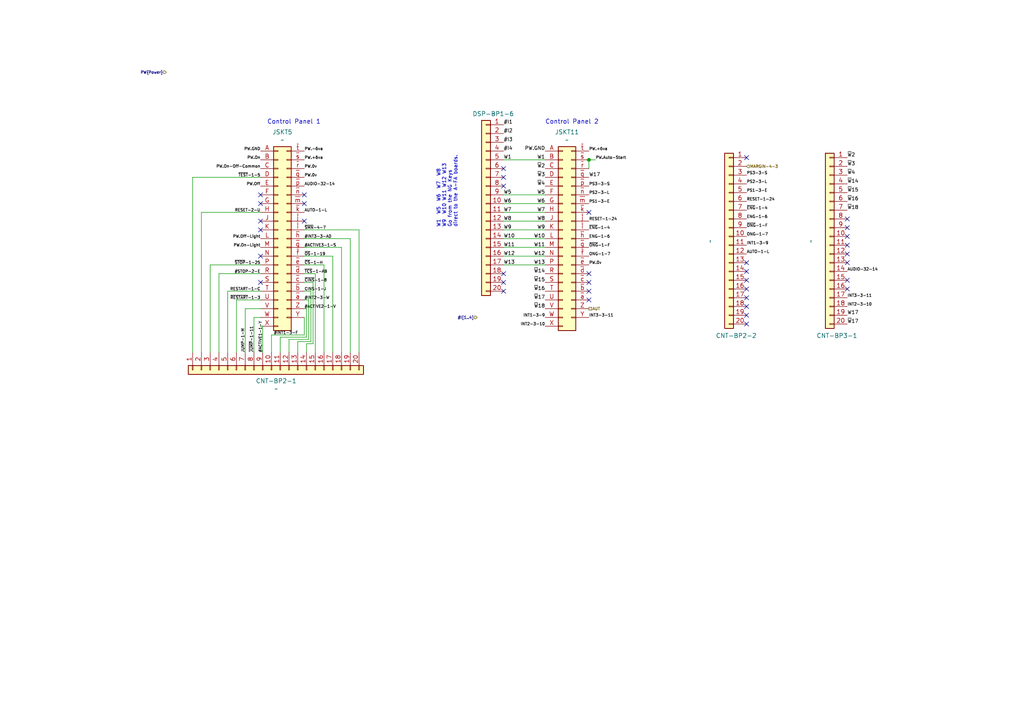
<source format=kicad_sch>
(kicad_sch (version 20211123) (generator eeschema)

  (uuid 8b36d46f-29d1-4014-85f3-fcb172d53a6a)

  (paper "A4")

  (title_block
    (title "Sockets")
    (date "2023-02-11")
  )

  (lib_symbols
    (symbol "Connector_Generic:Conn_01x20" (pin_names (offset 1.016) hide) (in_bom yes) (on_board yes)
      (property "Reference" "J" (id 0) (at 0 25.4 0)
        (effects (font (size 1.27 1.27)))
      )
      (property "Value" "Conn_01x20" (id 1) (at 0 -27.94 0)
        (effects (font (size 1.27 1.27)))
      )
      (property "Footprint" "" (id 2) (at 0 0 0)
        (effects (font (size 1.27 1.27)) hide)
      )
      (property "Datasheet" "~" (id 3) (at 0 0 0)
        (effects (font (size 1.27 1.27)) hide)
      )
      (property "ki_keywords" "connector" (id 4) (at 0 0 0)
        (effects (font (size 1.27 1.27)) hide)
      )
      (property "ki_description" "Generic connector, single row, 01x20, script generated (kicad-library-utils/schlib/autogen/connector/)" (id 5) (at 0 0 0)
        (effects (font (size 1.27 1.27)) hide)
      )
      (property "ki_fp_filters" "Connector*:*_1x??_*" (id 6) (at 0 0 0)
        (effects (font (size 1.27 1.27)) hide)
      )
      (symbol "Conn_01x20_1_1"
        (rectangle (start -1.27 -25.273) (end 0 -25.527)
          (stroke (width 0.1524) (type default) (color 0 0 0 0))
          (fill (type none))
        )
        (rectangle (start -1.27 -22.733) (end 0 -22.987)
          (stroke (width 0.1524) (type default) (color 0 0 0 0))
          (fill (type none))
        )
        (rectangle (start -1.27 -20.193) (end 0 -20.447)
          (stroke (width 0.1524) (type default) (color 0 0 0 0))
          (fill (type none))
        )
        (rectangle (start -1.27 -17.653) (end 0 -17.907)
          (stroke (width 0.1524) (type default) (color 0 0 0 0))
          (fill (type none))
        )
        (rectangle (start -1.27 -15.113) (end 0 -15.367)
          (stroke (width 0.1524) (type default) (color 0 0 0 0))
          (fill (type none))
        )
        (rectangle (start -1.27 -12.573) (end 0 -12.827)
          (stroke (width 0.1524) (type default) (color 0 0 0 0))
          (fill (type none))
        )
        (rectangle (start -1.27 -10.033) (end 0 -10.287)
          (stroke (width 0.1524) (type default) (color 0 0 0 0))
          (fill (type none))
        )
        (rectangle (start -1.27 -7.493) (end 0 -7.747)
          (stroke (width 0.1524) (type default) (color 0 0 0 0))
          (fill (type none))
        )
        (rectangle (start -1.27 -4.953) (end 0 -5.207)
          (stroke (width 0.1524) (type default) (color 0 0 0 0))
          (fill (type none))
        )
        (rectangle (start -1.27 -2.413) (end 0 -2.667)
          (stroke (width 0.1524) (type default) (color 0 0 0 0))
          (fill (type none))
        )
        (rectangle (start -1.27 0.127) (end 0 -0.127)
          (stroke (width 0.1524) (type default) (color 0 0 0 0))
          (fill (type none))
        )
        (rectangle (start -1.27 2.667) (end 0 2.413)
          (stroke (width 0.1524) (type default) (color 0 0 0 0))
          (fill (type none))
        )
        (rectangle (start -1.27 5.207) (end 0 4.953)
          (stroke (width 0.1524) (type default) (color 0 0 0 0))
          (fill (type none))
        )
        (rectangle (start -1.27 7.747) (end 0 7.493)
          (stroke (width 0.1524) (type default) (color 0 0 0 0))
          (fill (type none))
        )
        (rectangle (start -1.27 10.287) (end 0 10.033)
          (stroke (width 0.1524) (type default) (color 0 0 0 0))
          (fill (type none))
        )
        (rectangle (start -1.27 12.827) (end 0 12.573)
          (stroke (width 0.1524) (type default) (color 0 0 0 0))
          (fill (type none))
        )
        (rectangle (start -1.27 15.367) (end 0 15.113)
          (stroke (width 0.1524) (type default) (color 0 0 0 0))
          (fill (type none))
        )
        (rectangle (start -1.27 17.907) (end 0 17.653)
          (stroke (width 0.1524) (type default) (color 0 0 0 0))
          (fill (type none))
        )
        (rectangle (start -1.27 20.447) (end 0 20.193)
          (stroke (width 0.1524) (type default) (color 0 0 0 0))
          (fill (type none))
        )
        (rectangle (start -1.27 22.987) (end 0 22.733)
          (stroke (width 0.1524) (type default) (color 0 0 0 0))
          (fill (type none))
        )
        (rectangle (start -1.27 24.13) (end 1.27 -26.67)
          (stroke (width 0.254) (type default) (color 0 0 0 0))
          (fill (type background))
        )
        (pin passive line (at -5.08 22.86 0) (length 3.81)
          (name "Pin_1" (effects (font (size 1.27 1.27))))
          (number "1" (effects (font (size 1.27 1.27))))
        )
        (pin passive line (at -5.08 0 0) (length 3.81)
          (name "Pin_10" (effects (font (size 1.27 1.27))))
          (number "10" (effects (font (size 1.27 1.27))))
        )
        (pin passive line (at -5.08 -2.54 0) (length 3.81)
          (name "Pin_11" (effects (font (size 1.27 1.27))))
          (number "11" (effects (font (size 1.27 1.27))))
        )
        (pin passive line (at -5.08 -5.08 0) (length 3.81)
          (name "Pin_12" (effects (font (size 1.27 1.27))))
          (number "12" (effects (font (size 1.27 1.27))))
        )
        (pin passive line (at -5.08 -7.62 0) (length 3.81)
          (name "Pin_13" (effects (font (size 1.27 1.27))))
          (number "13" (effects (font (size 1.27 1.27))))
        )
        (pin passive line (at -5.08 -10.16 0) (length 3.81)
          (name "Pin_14" (effects (font (size 1.27 1.27))))
          (number "14" (effects (font (size 1.27 1.27))))
        )
        (pin passive line (at -5.08 -12.7 0) (length 3.81)
          (name "Pin_15" (effects (font (size 1.27 1.27))))
          (number "15" (effects (font (size 1.27 1.27))))
        )
        (pin passive line (at -5.08 -15.24 0) (length 3.81)
          (name "Pin_16" (effects (font (size 1.27 1.27))))
          (number "16" (effects (font (size 1.27 1.27))))
        )
        (pin passive line (at -5.08 -17.78 0) (length 3.81)
          (name "Pin_17" (effects (font (size 1.27 1.27))))
          (number "17" (effects (font (size 1.27 1.27))))
        )
        (pin passive line (at -5.08 -20.32 0) (length 3.81)
          (name "Pin_18" (effects (font (size 1.27 1.27))))
          (number "18" (effects (font (size 1.27 1.27))))
        )
        (pin passive line (at -5.08 -22.86 0) (length 3.81)
          (name "Pin_19" (effects (font (size 1.27 1.27))))
          (number "19" (effects (font (size 1.27 1.27))))
        )
        (pin passive line (at -5.08 20.32 0) (length 3.81)
          (name "Pin_2" (effects (font (size 1.27 1.27))))
          (number "2" (effects (font (size 1.27 1.27))))
        )
        (pin passive line (at -5.08 -25.4 0) (length 3.81)
          (name "Pin_20" (effects (font (size 1.27 1.27))))
          (number "20" (effects (font (size 1.27 1.27))))
        )
        (pin passive line (at -5.08 17.78 0) (length 3.81)
          (name "Pin_3" (effects (font (size 1.27 1.27))))
          (number "3" (effects (font (size 1.27 1.27))))
        )
        (pin passive line (at -5.08 15.24 0) (length 3.81)
          (name "Pin_4" (effects (font (size 1.27 1.27))))
          (number "4" (effects (font (size 1.27 1.27))))
        )
        (pin passive line (at -5.08 12.7 0) (length 3.81)
          (name "Pin_5" (effects (font (size 1.27 1.27))))
          (number "5" (effects (font (size 1.27 1.27))))
        )
        (pin passive line (at -5.08 10.16 0) (length 3.81)
          (name "Pin_6" (effects (font (size 1.27 1.27))))
          (number "6" (effects (font (size 1.27 1.27))))
        )
        (pin passive line (at -5.08 7.62 0) (length 3.81)
          (name "Pin_7" (effects (font (size 1.27 1.27))))
          (number "7" (effects (font (size 1.27 1.27))))
        )
        (pin passive line (at -5.08 5.08 0) (length 3.81)
          (name "Pin_8" (effects (font (size 1.27 1.27))))
          (number "8" (effects (font (size 1.27 1.27))))
        )
        (pin passive line (at -5.08 2.54 0) (length 3.81)
          (name "Pin_9" (effects (font (size 1.27 1.27))))
          (number "9" (effects (font (size 1.27 1.27))))
        )
      )
    )
    (symbol "Sockets-rescue:Circ41-LSA" (pin_names (offset 0.0254) hide) (in_bom yes) (on_board yes)
      (property "Reference" "J" (id 0) (at 6.35 -53.34 0)
        (effects (font (size 1.27 1.27)))
      )
      (property "Value" "Circ41-LSA" (id 1) (at 6.35 2.54 0)
        (effects (font (size 1.27 1.27)))
      )
      (property "Footprint" "" (id 2) (at 13.97 -50.8 0)
        (effects (font (size 1.27 1.27)) hide)
      )
      (property "Datasheet" "" (id 3) (at 13.97 -50.8 0)
        (effects (font (size 1.27 1.27)) hide)
      )
      (symbol "Circ41-LSA_1_1"
        (rectangle (start 3.81 -50.673) (end 5.08 -50.927)
          (stroke (width 0.1524) (type default) (color 0 0 0 0))
          (fill (type none))
        )
        (rectangle (start 3.81 -48.133) (end 5.08 -48.387)
          (stroke (width 0.1524) (type default) (color 0 0 0 0))
          (fill (type none))
        )
        (rectangle (start 3.81 -45.593) (end 5.08 -45.847)
          (stroke (width 0.1524) (type default) (color 0 0 0 0))
          (fill (type none))
        )
        (rectangle (start 3.81 -43.053) (end 5.08 -43.307)
          (stroke (width 0.1524) (type default) (color 0 0 0 0))
          (fill (type none))
        )
        (rectangle (start 3.81 -40.513) (end 5.08 -40.767)
          (stroke (width 0.1524) (type default) (color 0 0 0 0))
          (fill (type none))
        )
        (rectangle (start 3.81 -37.973) (end 5.08 -38.227)
          (stroke (width 0.1524) (type default) (color 0 0 0 0))
          (fill (type none))
        )
        (rectangle (start 3.81 -35.433) (end 5.08 -35.687)
          (stroke (width 0.1524) (type default) (color 0 0 0 0))
          (fill (type none))
        )
        (rectangle (start 3.81 -32.893) (end 5.08 -33.147)
          (stroke (width 0.1524) (type default) (color 0 0 0 0))
          (fill (type none))
        )
        (rectangle (start 3.81 -30.353) (end 5.08 -30.607)
          (stroke (width 0.1524) (type default) (color 0 0 0 0))
          (fill (type none))
        )
        (rectangle (start 3.81 -27.813) (end 5.08 -28.067)
          (stroke (width 0.1524) (type default) (color 0 0 0 0))
          (fill (type none))
        )
        (rectangle (start 3.81 -25.273) (end 5.08 -25.527)
          (stroke (width 0.1524) (type default) (color 0 0 0 0))
          (fill (type none))
        )
        (rectangle (start 3.81 -22.733) (end 5.08 -22.987)
          (stroke (width 0.1524) (type default) (color 0 0 0 0))
          (fill (type none))
        )
        (rectangle (start 3.81 -20.193) (end 5.08 -20.447)
          (stroke (width 0.1524) (type default) (color 0 0 0 0))
          (fill (type none))
        )
        (rectangle (start 3.81 -17.653) (end 5.08 -17.907)
          (stroke (width 0.1524) (type default) (color 0 0 0 0))
          (fill (type none))
        )
        (rectangle (start 3.81 -15.113) (end 5.08 -15.367)
          (stroke (width 0.1524) (type default) (color 0 0 0 0))
          (fill (type none))
        )
        (rectangle (start 3.81 -12.573) (end 5.08 -12.827)
          (stroke (width 0.1524) (type default) (color 0 0 0 0))
          (fill (type none))
        )
        (rectangle (start 3.81 -10.033) (end 5.08 -10.287)
          (stroke (width 0.1524) (type default) (color 0 0 0 0))
          (fill (type none))
        )
        (rectangle (start 3.81 -7.493) (end 5.08 -7.747)
          (stroke (width 0.1524) (type default) (color 0 0 0 0))
          (fill (type none))
        )
        (rectangle (start 3.81 -4.953) (end 5.08 -5.207)
          (stroke (width 0.1524) (type default) (color 0 0 0 0))
          (fill (type none))
        )
        (rectangle (start 3.81 -2.413) (end 5.08 -2.667)
          (stroke (width 0.1524) (type default) (color 0 0 0 0))
          (fill (type none))
        )
        (rectangle (start 3.81 0.127) (end 5.08 -0.127)
          (stroke (width 0.1524) (type default) (color 0 0 0 0))
          (fill (type none))
        )
        (rectangle (start 8.89 -48.133) (end 7.62 -48.387)
          (stroke (width 0.1524) (type default) (color 0 0 0 0))
          (fill (type none))
        )
        (rectangle (start 8.89 -45.593) (end 7.62 -45.847)
          (stroke (width 0.1524) (type default) (color 0 0 0 0))
          (fill (type none))
        )
        (rectangle (start 8.89 -43.053) (end 7.62 -43.307)
          (stroke (width 0.1524) (type default) (color 0 0 0 0))
          (fill (type none))
        )
        (rectangle (start 8.89 -40.513) (end 7.62 -40.767)
          (stroke (width 0.1524) (type default) (color 0 0 0 0))
          (fill (type none))
        )
        (rectangle (start 8.89 -37.973) (end 7.62 -38.227)
          (stroke (width 0.1524) (type default) (color 0 0 0 0))
          (fill (type none))
        )
        (rectangle (start 8.89 -35.433) (end 7.62 -35.687)
          (stroke (width 0.1524) (type default) (color 0 0 0 0))
          (fill (type none))
        )
        (rectangle (start 8.89 -32.893) (end 7.62 -33.147)
          (stroke (width 0.1524) (type default) (color 0 0 0 0))
          (fill (type none))
        )
        (rectangle (start 8.89 -30.353) (end 7.62 -30.607)
          (stroke (width 0.1524) (type default) (color 0 0 0 0))
          (fill (type none))
        )
        (rectangle (start 8.89 -27.813) (end 7.62 -28.067)
          (stroke (width 0.1524) (type default) (color 0 0 0 0))
          (fill (type none))
        )
        (rectangle (start 8.89 -25.273) (end 7.62 -25.527)
          (stroke (width 0.1524) (type default) (color 0 0 0 0))
          (fill (type none))
        )
        (rectangle (start 8.89 -22.733) (end 7.62 -22.987)
          (stroke (width 0.1524) (type default) (color 0 0 0 0))
          (fill (type none))
        )
        (rectangle (start 8.89 -20.193) (end 7.62 -20.447)
          (stroke (width 0.1524) (type default) (color 0 0 0 0))
          (fill (type none))
        )
        (rectangle (start 8.89 -17.653) (end 7.62 -17.907)
          (stroke (width 0.1524) (type default) (color 0 0 0 0))
          (fill (type none))
        )
        (rectangle (start 8.89 -15.113) (end 7.62 -15.367)
          (stroke (width 0.1524) (type default) (color 0 0 0 0))
          (fill (type none))
        )
        (rectangle (start 8.89 -12.573) (end 7.62 -12.827)
          (stroke (width 0.1524) (type default) (color 0 0 0 0))
          (fill (type none))
        )
        (rectangle (start 8.89 -10.033) (end 7.62 -10.287)
          (stroke (width 0.1524) (type default) (color 0 0 0 0))
          (fill (type none))
        )
        (rectangle (start 8.89 -7.493) (end 7.62 -7.747)
          (stroke (width 0.1524) (type default) (color 0 0 0 0))
          (fill (type none))
        )
        (rectangle (start 8.89 -4.953) (end 7.62 -5.207)
          (stroke (width 0.1524) (type default) (color 0 0 0 0))
          (fill (type none))
        )
        (rectangle (start 8.89 -2.413) (end 7.62 -2.667)
          (stroke (width 0.1524) (type default) (color 0 0 0 0))
          (fill (type none))
        )
        (rectangle (start 8.89 0.127) (end 7.62 -0.127)
          (stroke (width 0.1524) (type default) (color 0 0 0 0))
          (fill (type none))
        )
        (rectangle (start 8.89 1.27) (end 3.81 -52.07)
          (stroke (width 0.254) (type default) (color 0 0 0 0))
          (fill (type background))
        )
        (pin passive line (at 0 0 0) (length 3.81)
          (name "A" (effects (font (size 1.27 1.27))))
          (number "A" (effects (font (size 1.27 1.27))))
        )
        (pin passive line (at 0 -2.54 0) (length 3.81)
          (name "B" (effects (font (size 1.27 1.27))))
          (number "B" (effects (font (size 1.27 1.27))))
        )
        (pin passive line (at 0 -5.08 0) (length 3.81)
          (name "C" (effects (font (size 1.27 1.27))))
          (number "C" (effects (font (size 1.27 1.27))))
        )
        (pin passive line (at 0 -7.62 0) (length 3.81)
          (name "D" (effects (font (size 1.27 1.27))))
          (number "D" (effects (font (size 1.27 1.27))))
        )
        (pin passive line (at 0 -10.16 0) (length 3.81)
          (name "E" (effects (font (size 1.27 1.27))))
          (number "E" (effects (font (size 1.27 1.27))))
        )
        (pin passive line (at 0 -12.7 0) (length 3.81)
          (name "F" (effects (font (size 1.27 1.27))))
          (number "F" (effects (font (size 1.27 1.27))))
        )
        (pin passive line (at 0 -15.24 0) (length 3.81)
          (name "G" (effects (font (size 1.27 1.27))))
          (number "G" (effects (font (size 1.27 1.27))))
        )
        (pin passive line (at 0 -17.78 0) (length 3.81)
          (name "H" (effects (font (size 1.27 1.27))))
          (number "H" (effects (font (size 1.27 1.27))))
        )
        (pin passive line (at 0 -20.32 0) (length 3.81)
          (name "J" (effects (font (size 1.27 1.27))))
          (number "J" (effects (font (size 1.27 1.27))))
        )
        (pin passive line (at 0 -22.86 0) (length 3.81)
          (name "K" (effects (font (size 1.27 1.27))))
          (number "K" (effects (font (size 1.27 1.27))))
        )
        (pin passive line (at 0 -25.4 0) (length 3.81)
          (name "L" (effects (font (size 1.27 1.27))))
          (number "L" (effects (font (size 1.27 1.27))))
        )
        (pin passive line (at 0 -27.94 0) (length 3.81)
          (name "M" (effects (font (size 1.27 1.27))))
          (number "M" (effects (font (size 1.27 1.27))))
        )
        (pin passive line (at 0 -30.48 0) (length 3.81)
          (name "N" (effects (font (size 1.27 1.27))))
          (number "N" (effects (font (size 1.27 1.27))))
        )
        (pin passive line (at 0 -33.02 0) (length 3.81)
          (name "P" (effects (font (size 1.27 1.27))))
          (number "P" (effects (font (size 1.27 1.27))))
        )
        (pin passive line (at 0 -35.56 0) (length 3.81)
          (name "R" (effects (font (size 1.27 1.27))))
          (number "R" (effects (font (size 1.27 1.27))))
        )
        (pin passive line (at 0 -38.1 0) (length 3.81)
          (name "S" (effects (font (size 1.27 1.27))))
          (number "S" (effects (font (size 1.27 1.27))))
        )
        (pin passive line (at 0 -40.64 0) (length 3.81)
          (name "T" (effects (font (size 1.27 1.27))))
          (number "T" (effects (font (size 1.27 1.27))))
        )
        (pin passive line (at 0 -43.18 0) (length 3.81)
          (name "U" (effects (font (size 1.27 1.27))))
          (number "U" (effects (font (size 1.27 1.27))))
        )
        (pin passive line (at 0 -45.72 0) (length 3.81)
          (name "V" (effects (font (size 1.27 1.27))))
          (number "V" (effects (font (size 1.27 1.27))))
        )
        (pin passive line (at 0 -48.26 0) (length 3.81)
          (name "W" (effects (font (size 1.27 1.27))))
          (number "W" (effects (font (size 1.27 1.27))))
        )
        (pin passive line (at 0 -50.8 0) (length 3.81)
          (name "X" (effects (font (size 1.27 1.27))))
          (number "X" (effects (font (size 1.27 1.27))))
        )
        (pin passive line (at 12.7 -48.26 180) (length 3.81)
          (name "Y" (effects (font (size 1.27 1.27))))
          (number "Y" (effects (font (size 1.27 1.27))))
        )
        (pin passive line (at 12.7 -45.72 180) (length 3.81)
          (name "Z" (effects (font (size 1.27 1.27))))
          (number "Z" (effects (font (size 1.27 1.27))))
        )
        (pin passive line (at 12.7 -43.18 180) (length 3.81)
          (name "~{a}" (effects (font (size 1.27 1.27))))
          (number "~{a}" (effects (font (size 1.27 1.27))))
        )
        (pin passive line (at 12.7 -40.64 180) (length 3.81)
          (name "~{b}" (effects (font (size 1.27 1.27))))
          (number "~{b}" (effects (font (size 1.27 1.27))))
        )
        (pin passive line (at 12.7 -38.1 180) (length 3.81)
          (name "~{c}" (effects (font (size 1.27 1.27))))
          (number "~{c}" (effects (font (size 1.27 1.27))))
        )
        (pin passive line (at 12.7 -35.56 180) (length 3.81)
          (name "~{d}" (effects (font (size 1.27 1.27))))
          (number "~{d}" (effects (font (size 1.27 1.27))))
        )
        (pin passive line (at 12.7 -33.02 180) (length 3.81)
          (name "~{e}" (effects (font (size 1.27 1.27))))
          (number "~{e}" (effects (font (size 1.27 1.27))))
        )
        (pin passive line (at 12.7 -30.48 180) (length 3.81)
          (name "~{f}" (effects (font (size 1.27 1.27))))
          (number "~{f}" (effects (font (size 1.27 1.27))))
        )
        (pin passive line (at 12.7 -27.94 180) (length 3.81)
          (name "~{g}" (effects (font (size 1.27 1.27))))
          (number "~{g}" (effects (font (size 1.27 1.27))))
        )
        (pin passive line (at 12.7 -25.4 180) (length 3.81)
          (name "~{h}" (effects (font (size 1.27 1.27))))
          (number "~{h}" (effects (font (size 1.27 1.27))))
        )
        (pin passive line (at 12.7 -22.86 180) (length 3.81)
          (name "~{i}" (effects (font (size 1.27 1.27))))
          (number "~{i}" (effects (font (size 1.27 1.27))))
        )
        (pin passive line (at 12.7 -20.32 180) (length 3.81)
          (name "~{j}" (effects (font (size 1.27 1.27))))
          (number "~{j}" (effects (font (size 1.27 1.27))))
        )
        (pin passive line (at 12.7 -17.78 180) (length 3.81)
          (name "~{k}" (effects (font (size 1.27 1.27))))
          (number "~{k}" (effects (font (size 1.27 1.27))))
        )
        (pin passive line (at 12.7 -15.24 180) (length 3.81)
          (name "~{m}" (effects (font (size 1.27 1.27))))
          (number "~{m}" (effects (font (size 1.27 1.27))))
        )
        (pin passive line (at 12.7 -12.7 180) (length 3.81)
          (name "~{n}" (effects (font (size 1.27 1.27))))
          (number "~{n}" (effects (font (size 1.27 1.27))))
        )
        (pin passive line (at 12.7 -10.16 180) (length 3.81)
          (name "~{p}" (effects (font (size 1.27 1.27))))
          (number "~{p}" (effects (font (size 1.27 1.27))))
        )
        (pin passive line (at 12.7 -7.62 180) (length 3.81)
          (name "~{q}" (effects (font (size 1.27 1.27))))
          (number "~{q}" (effects (font (size 1.27 1.27))))
        )
        (pin passive line (at 12.7 -5.08 180) (length 3.81)
          (name "~{r}" (effects (font (size 1.27 1.27))))
          (number "~{r}" (effects (font (size 1.27 1.27))))
        )
        (pin passive line (at 12.7 -2.54 180) (length 3.81)
          (name "~{s}" (effects (font (size 1.27 1.27))))
          (number "~{s}" (effects (font (size 1.27 1.27))))
        )
        (pin passive line (at 12.7 0 180) (length 3.81)
          (name "~{t}" (effects (font (size 1.27 1.27))))
          (number "~{t}" (effects (font (size 1.27 1.27))))
        )
      )
    )
  )

  (bus_alias "Power" (members "-6va" "-6vb" "+6va" "+6vb" "+6vc" "GND" "PSC" "0v" "0va" "0vb" "0vc" "On-Off-Common" "Auto-Start" "On-Light" "Off-Light" "On" "Off" "0vDisplay" "+5vDisplay"))
  (junction (at 170.815 46.355) (diameter 0) (color 0 0 0 0)
    (uuid c2b9fa19-4eee-440f-9ed8-fdc5435fcb87)
  )

  (no_connect (at 75.565 81.915) (uuid 0b24dbda-543d-40b1-967a-31fb0b5d8f74))
  (no_connect (at 245.745 73.66) (uuid 1e7693b5-b83d-43df-8b40-7c4db7d12f7c))
  (no_connect (at 75.565 74.295) (uuid 2cfd3948-2918-40cb-9499-a32373bccdd6))
  (no_connect (at 245.745 76.2) (uuid 33857a01-89ed-4b37-b981-39218a000598))
  (no_connect (at 216.535 76.2) (uuid 3a8cedb5-59ae-488c-b1a6-8c6d14b7071d))
  (no_connect (at 245.745 68.58) (uuid 3fa6100d-c881-4e75-b04e-8b8b112bf840))
  (no_connect (at 245.745 66.04) (uuid 46ebbef3-6001-40c8-8296-dfefe9cd7d90))
  (no_connect (at 216.535 83.82) (uuid 4e34c919-076c-44bb-a608-376dfb1e5f6e))
  (no_connect (at 245.745 71.12) (uuid 4e872c44-4dc6-4bb8-a2ad-46a9f6f3a9a4))
  (no_connect (at 75.565 59.055) (uuid 51878cb3-fc93-4bd7-b8be-c1621f186be2))
  (no_connect (at 216.535 91.44) (uuid 548ad99f-8190-484b-aa13-01031dc866f3))
  (no_connect (at 146.05 53.975) (uuid 5bf60358-26e2-486d-be06-effceaeaca19))
  (no_connect (at 88.265 56.515) (uuid 6078ce4a-760e-4ef3-ab12-fb97447f9a49))
  (no_connect (at 170.815 84.455) (uuid 612f2878-92aa-4c0e-9012-447cad958055))
  (no_connect (at 245.745 63.5) (uuid 67d5de5b-1130-4de7-884e-3ccacf670a6d))
  (no_connect (at 146.05 51.435) (uuid 6ae426f2-e820-4f78-b5a7-8307f297f1fd))
  (no_connect (at 216.535 81.28) (uuid 6d62a48a-6f60-4b21-8b98-7470924055d1))
  (no_connect (at 170.815 79.375) (uuid 700ff37d-3f29-44a5-9b67-8f0fee3f3d9d))
  (no_connect (at 75.565 56.515) (uuid 75486ef9-e162-4be5-bc75-43b49b8d40e7))
  (no_connect (at 216.535 88.9) (uuid 7bdd0b8e-2599-4867-8ba6-0a53843bb4d1))
  (no_connect (at 146.05 81.915) (uuid 8184c1a2-8486-43c5-a7d2-f0ce7a5cf318))
  (no_connect (at 170.815 86.995) (uuid 82dfc557-672b-4120-8206-24208a6d98f8))
  (no_connect (at 88.265 64.135) (uuid 8438fe6f-16b9-4b16-8c3f-492cf3f159a2))
  (no_connect (at 216.535 78.74) (uuid 84c31776-8ffe-4821-8c8e-58eeb6903c9d))
  (no_connect (at 146.05 84.455) (uuid aaebbc84-7e88-4c46-b59c-0a04c58285ee))
  (no_connect (at 216.535 93.98) (uuid b08c3de7-2e9e-4c65-97ca-6be42302b96f))
  (no_connect (at 170.815 81.915) (uuid b16cb1a8-a5e1-449a-a6a3-15202337b40a))
  (no_connect (at 75.565 66.675) (uuid b4dfbb52-6251-4b2b-8dad-e1dde0232bb2))
  (no_connect (at 245.745 81.28) (uuid b73a0151-5d4b-4d94-83a3-6e73677d629a))
  (no_connect (at 170.815 61.595) (uuid c544d4b6-d8c7-4cdd-ac02-2bb653db11af))
  (no_connect (at 216.535 45.72) (uuid c8dd5319-6eea-4cb1-a899-a0f2e0a7435f))
  (no_connect (at 216.535 86.36) (uuid cd57b153-db9b-4754-8a4f-dba97550c2de))
  (no_connect (at 245.745 83.82) (uuid d2d72042-fff4-47c8-ada2-3c6a5bf5cc11))
  (no_connect (at 146.05 48.895) (uuid e0bba709-0c43-40f2-8367-4cb110660e40))
  (no_connect (at 146.05 79.375) (uuid e658e15b-5fbf-4da5-98bd-0c74d972c864))
  (no_connect (at 88.265 59.055) (uuid e8cbaa4a-9ecf-49a3-9dc1-6325a640a500))
  (no_connect (at 75.565 64.135) (uuid eeb76150-07a5-4a47-b924-dc2c33090104))

  (wire (pts (xy 146.05 59.055) (xy 158.115 59.055))
    (stroke (width 0) (type default) (color 0 0 0 0))
    (uuid 0174f3e4-4c58-426f-bdbb-d60c174c1190)
  )
  (wire (pts (xy 88.265 84.455) (xy 90.17 84.455))
    (stroke (width 0) (type default) (color 0 0 0 0))
    (uuid 05f0b797-c7c3-40da-b429-6c39a320b5d6)
  )
  (wire (pts (xy 158.115 61.595) (xy 146.05 61.595))
    (stroke (width 0) (type default) (color 0 0 0 0))
    (uuid 0d27a40a-711f-4ece-b241-e3240b35ca16)
  )
  (wire (pts (xy 88.9 97.79) (xy 81.28 97.79))
    (stroke (width 0) (type default) (color 0 0 0 0))
    (uuid 1447c91b-369b-4912-8ec8-0584b197cc3c)
  )
  (wire (pts (xy 88.265 79.375) (xy 91.44 79.375))
    (stroke (width 0) (type default) (color 0 0 0 0))
    (uuid 1b0f149f-b27b-4085-93bb-9c8bc1e2b04f)
  )
  (wire (pts (xy 89.535 98.425) (xy 83.82 98.425))
    (stroke (width 0) (type default) (color 0 0 0 0))
    (uuid 224dfb2c-340d-4562-8b81-a8203059a12b)
  )
  (wire (pts (xy 99.06 71.755) (xy 99.06 102.235))
    (stroke (width 0) (type default) (color 0 0 0 0))
    (uuid 2c4ad30f-dada-4a31-ac00-6a08c3e94593)
  )
  (wire (pts (xy 75.565 61.595) (xy 58.42 61.595))
    (stroke (width 0) (type default) (color 0 0 0 0))
    (uuid 2d5d358c-e323-45de-abea-b1f492838d77)
  )
  (wire (pts (xy 96.52 102.235) (xy 96.52 74.295))
    (stroke (width 0) (type default) (color 0 0 0 0))
    (uuid 2e0dfe1e-d107-4366-8e68-d2400052e17e)
  )
  (wire (pts (xy 68.58 86.995) (xy 68.58 102.235))
    (stroke (width 0) (type default) (color 0 0 0 0))
    (uuid 2e488539-1e91-481b-8a49-0d6681a24cb4)
  )
  (wire (pts (xy 88.265 86.995) (xy 89.535 86.995))
    (stroke (width 0) (type default) (color 0 0 0 0))
    (uuid 318ee124-a0a5-4fbe-af6e-2da86a87c3ee)
  )
  (wire (pts (xy 88.9 99.695) (xy 88.9 102.235))
    (stroke (width 0) (type default) (color 0 0 0 0))
    (uuid 34229190-2590-4e83-862f-191557193730)
  )
  (wire (pts (xy 60.96 76.835) (xy 60.96 102.235))
    (stroke (width 0) (type default) (color 0 0 0 0))
    (uuid 3f4f0384-f78e-4bab-9317-523d43da5143)
  )
  (wire (pts (xy 101.6 69.215) (xy 101.6 102.235))
    (stroke (width 0) (type default) (color 0 0 0 0))
    (uuid 46bc9267-893b-4688-97e1-0785764059ac)
  )
  (wire (pts (xy 88.265 89.535) (xy 88.9 89.535))
    (stroke (width 0) (type default) (color 0 0 0 0))
    (uuid 48d7d61f-40ea-48e9-9988-f98d47dde30e)
  )
  (wire (pts (xy 58.42 61.595) (xy 58.42 102.235))
    (stroke (width 0) (type default) (color 0 0 0 0))
    (uuid 4efee0d2-cfe9-40ec-a75f-d3e64cdbee9e)
  )
  (wire (pts (xy 75.565 51.435) (xy 55.88 51.435))
    (stroke (width 0) (type default) (color 0 0 0 0))
    (uuid 53970ab3-a698-4c79-a41c-5390505abbbc)
  )
  (wire (pts (xy 75.565 84.455) (xy 66.04 84.455))
    (stroke (width 0) (type default) (color 0 0 0 0))
    (uuid 58104f5e-a882-45fd-a591-1b80f0437129)
  )
  (wire (pts (xy 158.115 71.755) (xy 146.05 71.755))
    (stroke (width 0) (type default) (color 0 0 0 0))
    (uuid 60c357cd-3d0c-4166-98c5-bee479905d43)
  )
  (wire (pts (xy 90.17 84.455) (xy 90.17 99.06))
    (stroke (width 0) (type default) (color 0 0 0 0))
    (uuid 6528fbb8-e80e-4f2a-a6ba-45f5fbc7f2df)
  )
  (wire (pts (xy 170.815 46.355) (xy 170.815 48.895))
    (stroke (width 0) (type default) (color 0 0 0 0))
    (uuid 669ab81b-9452-4283-95ba-92fb01f34505)
  )
  (wire (pts (xy 75.565 79.375) (xy 63.5 79.375))
    (stroke (width 0) (type default) (color 0 0 0 0))
    (uuid 6a249679-c3fd-4c10-b19f-330525daa98f)
  )
  (wire (pts (xy 88.265 92.075) (xy 88.265 97.155))
    (stroke (width 0) (type default) (color 0 0 0 0))
    (uuid 6b0cd14b-11e5-44a8-9335-10b392c299d2)
  )
  (wire (pts (xy 55.88 51.435) (xy 55.88 102.235))
    (stroke (width 0) (type default) (color 0 0 0 0))
    (uuid 6bfb0519-939f-4ac0-aac3-bc4e69c9c2fc)
  )
  (wire (pts (xy 146.05 46.355) (xy 158.115 46.355))
    (stroke (width 0) (type default) (color 0 0 0 0))
    (uuid 6cd6a167-96d8-49b3-b726-c42e7bc0039a)
  )
  (wire (pts (xy 71.12 102.235) (xy 71.12 89.535))
    (stroke (width 0) (type default) (color 0 0 0 0))
    (uuid 6dfc6e4b-1730-41ea-b981-e7b950e0d925)
  )
  (wire (pts (xy 146.05 69.215) (xy 158.115 69.215))
    (stroke (width 0) (type default) (color 0 0 0 0))
    (uuid 70bb28dd-5fa5-4a3c-9c7a-c7913b73ab65)
  )
  (wire (pts (xy 75.565 76.835) (xy 60.96 76.835))
    (stroke (width 0) (type default) (color 0 0 0 0))
    (uuid 7ac7ee2c-893a-4aec-9da2-35b2ffcf1b7d)
  )
  (wire (pts (xy 91.44 79.375) (xy 91.44 102.235))
    (stroke (width 0) (type default) (color 0 0 0 0))
    (uuid 80a8e121-b37e-453a-8299-b6de1a8630dc)
  )
  (wire (pts (xy 86.36 99.06) (xy 86.36 102.235))
    (stroke (width 0) (type default) (color 0 0 0 0))
    (uuid 83f65082-e122-49a3-8607-fac4424cb947)
  )
  (wire (pts (xy 83.82 98.425) (xy 83.82 102.235))
    (stroke (width 0) (type default) (color 0 0 0 0))
    (uuid 84106bbc-2790-4142-825f-3144dc0b579f)
  )
  (wire (pts (xy 146.05 74.295) (xy 158.115 74.295))
    (stroke (width 0) (type default) (color 0 0 0 0))
    (uuid 89592c8e-7eb4-4202-a6f6-bd06dee3a557)
  )
  (wire (pts (xy 88.265 66.675) (xy 104.14 66.675))
    (stroke (width 0) (type default) (color 0 0 0 0))
    (uuid 92ae7624-729f-456f-991a-07ee877a402b)
  )
  (wire (pts (xy 66.04 84.455) (xy 66.04 102.235))
    (stroke (width 0) (type default) (color 0 0 0 0))
    (uuid 99064ff9-8305-46c7-9267-ce1ae1b340f1)
  )
  (wire (pts (xy 76.2 102.235) (xy 76.2 94.615))
    (stroke (width 0) (type default) (color 0 0 0 0))
    (uuid a4d563a4-d6be-4c10-b137-39bd2100d079)
  )
  (wire (pts (xy 172.72 46.355) (xy 170.815 46.355))
    (stroke (width 0) (type default) (color 0 0 0 0))
    (uuid a60fd9d8-be9f-4197-9dd2-23315d98de69)
  )
  (wire (pts (xy 146.05 56.515) (xy 158.115 56.515))
    (stroke (width 0) (type default) (color 0 0 0 0))
    (uuid a890174e-5654-4f12-9650-20b0a2d5229d)
  )
  (wire (pts (xy 89.535 86.995) (xy 89.535 98.425))
    (stroke (width 0) (type default) (color 0 0 0 0))
    (uuid aed632bb-aca8-4cdd-9c91-6fdc81e655d7)
  )
  (wire (pts (xy 90.17 99.06) (xy 86.36 99.06))
    (stroke (width 0) (type default) (color 0 0 0 0))
    (uuid af28ffbe-5b97-44eb-95c3-837239c05b14)
  )
  (wire (pts (xy 88.265 97.155) (xy 78.74 97.155))
    (stroke (width 0) (type default) (color 0 0 0 0))
    (uuid b03e9782-54c1-4a93-9a3a-e129f6dcf6ab)
  )
  (wire (pts (xy 88.265 81.915) (xy 90.805 81.915))
    (stroke (width 0) (type default) (color 0 0 0 0))
    (uuid b06af2b3-f79b-412f-8279-54bdc191601a)
  )
  (wire (pts (xy 104.14 66.675) (xy 104.14 102.235))
    (stroke (width 0) (type default) (color 0 0 0 0))
    (uuid b0d5dfb4-0294-4fe9-9014-42fef78d38fa)
  )
  (wire (pts (xy 88.265 71.755) (xy 99.06 71.755))
    (stroke (width 0) (type default) (color 0 0 0 0))
    (uuid b4a0ce24-9832-4ab2-9c90-5f7d08178149)
  )
  (wire (pts (xy 93.98 76.835) (xy 93.98 102.235))
    (stroke (width 0) (type default) (color 0 0 0 0))
    (uuid bd2f349d-4b79-47ad-a666-709acf02025a)
  )
  (wire (pts (xy 90.805 99.695) (xy 88.9 99.695))
    (stroke (width 0) (type default) (color 0 0 0 0))
    (uuid c9143592-f23c-4807-b45e-cbe69e3251c0)
  )
  (wire (pts (xy 75.565 86.995) (xy 68.58 86.995))
    (stroke (width 0) (type default) (color 0 0 0 0))
    (uuid cb6e4c51-7619-4fa3-b52a-9aa40abc6e75)
  )
  (wire (pts (xy 96.52 74.295) (xy 88.265 74.295))
    (stroke (width 0) (type default) (color 0 0 0 0))
    (uuid d61734f4-0154-4098-aacb-5a9d9e314538)
  )
  (wire (pts (xy 75.565 92.075) (xy 73.66 92.075))
    (stroke (width 0) (type default) (color 0 0 0 0))
    (uuid d646bc13-de6a-47e9-8a6f-e945a263bfae)
  )
  (wire (pts (xy 71.12 89.535) (xy 75.565 89.535))
    (stroke (width 0) (type default) (color 0 0 0 0))
    (uuid dcd61469-84c2-479c-bce4-31ce25d2f418)
  )
  (wire (pts (xy 88.9 89.535) (xy 88.9 97.79))
    (stroke (width 0) (type default) (color 0 0 0 0))
    (uuid dd5b9f31-f8d1-4454-b80f-a0ab8d3503e0)
  )
  (wire (pts (xy 81.28 97.79) (xy 81.28 102.235))
    (stroke (width 0) (type default) (color 0 0 0 0))
    (uuid dd86e11c-8887-4acf-a6d9-8316c7dc9cf0)
  )
  (wire (pts (xy 78.74 97.155) (xy 78.74 102.235))
    (stroke (width 0) (type default) (color 0 0 0 0))
    (uuid ddf3ac64-fbb3-4842-bd0c-56f4b7985e39)
  )
  (wire (pts (xy 88.265 76.835) (xy 93.98 76.835))
    (stroke (width 0) (type default) (color 0 0 0 0))
    (uuid e71e49f2-bda5-4233-b3a7-cdb637773239)
  )
  (wire (pts (xy 90.805 81.915) (xy 90.805 99.695))
    (stroke (width 0) (type default) (color 0 0 0 0))
    (uuid e773a209-5757-4fff-883a-18561ecddcef)
  )
  (wire (pts (xy 76.2 94.615) (xy 75.565 94.615))
    (stroke (width 0) (type default) (color 0 0 0 0))
    (uuid e9c03b5e-e6ec-46ae-a67a-8f397ce112b1)
  )
  (wire (pts (xy 73.66 92.075) (xy 73.66 102.235))
    (stroke (width 0) (type default) (color 0 0 0 0))
    (uuid eab7b590-cdd7-49ee-b61c-ee98bab8eba1)
  )
  (wire (pts (xy 146.05 64.135) (xy 158.115 64.135))
    (stroke (width 0) (type default) (color 0 0 0 0))
    (uuid eb25652e-9ed9-4523-af83-ca9167f6b025)
  )
  (wire (pts (xy 158.115 76.835) (xy 146.05 76.835))
    (stroke (width 0) (type default) (color 0 0 0 0))
    (uuid edd29fa0-186e-46e3-96f0-71f4edd78134)
  )
  (wire (pts (xy 88.265 69.215) (xy 101.6 69.215))
    (stroke (width 0) (type default) (color 0 0 0 0))
    (uuid f841eef2-fde7-4132-87e7-a68e049c5a4e)
  )
  (wire (pts (xy 158.115 66.675) (xy 146.05 66.675))
    (stroke (width 0) (type default) (color 0 0 0 0))
    (uuid fcded518-2914-4b9f-b38c-5ba80992b483)
  )
  (wire (pts (xy 63.5 79.375) (xy 63.5 102.235))
    (stroke (width 0) (type default) (color 0 0 0 0))
    (uuid ff904880-f0c1-467a-b8ac-f010d9375188)
  )

  (text "W1  W5  W6  W7  W8\nW9  W10 W11 W12 W13\nGo from the NG Keys\ndirect to the A-FA boards."
    (at 132.715 66.04 90)
    (effects (font (size 1.016 1.016)) (justify left bottom))
    (uuid 041920db-a821-4d29-9118-8e9ddbedcf46)
  )
  (text "Control Panel 1" (at 77.47 36.195 0)
    (effects (font (size 1.27 1.27)) (justify left bottom))
    (uuid 9b59eef5-e8c2-4cc8-9fa9-e5cf05ca22a1)
  )
  (text "Control Panel 2" (at 158.115 36.195 0)
    (effects (font (size 1.27 1.27)) (justify left bottom))
    (uuid a54d2f31-dd1b-4b92-9b91-e7aa4940b157)
  )

  (label "RESET-1-24" (at 170.815 64.135 0)
    (effects (font (size 0.8128 0.8128)) (justify left bottom))
    (uuid 01d4fd12-d59b-4275-99ae-d6ef475c5266)
  )
  (label "W13" (at 158.115 76.835 180)
    (effects (font (size 1.016 1.016)) (justify right bottom))
    (uuid 03c8de3a-52c3-428c-895f-c8c887dc6cb5)
  )
  (label "~{W}3" (at 158.115 51.435 180)
    (effects (font (size 1.016 1.016)) (justify right bottom))
    (uuid 04fa36d7-d476-474e-b4eb-c9711593aeb4)
  )
  (label "#I3" (at 146.05 41.275 0)
    (effects (font (size 1.016 1.016)) (justify left bottom))
    (uuid 098f64fa-054b-47ab-8ea0-4ebc39496d4b)
  )
  (label "PW.On-Light" (at 75.565 71.755 180)
    (effects (font (size 0.8128 0.8128)) (justify right bottom))
    (uuid 0ac6f918-af59-42fd-bc7e-364d87af9632)
  )
  (label "~{ENG}-1-4" (at 216.535 60.96 0)
    (effects (font (size 0.8128 0.8128)) (justify left bottom))
    (uuid 122079f1-2444-40a6-9e74-6afa3bdaad1a)
  )
  (label "PW.On-Off-Common" (at 75.565 48.895 180)
    (effects (font (size 0.8128 0.8128)) (justify right bottom))
    (uuid 14b81169-e121-4301-be3a-02cc8c5cb2b9)
  )
  (label "AUTO-1-L" (at 88.265 61.595 0)
    (effects (font (size 0.8128 0.8128)) (justify left bottom))
    (uuid 1bc5e15a-fc8e-404b-9234-71477d94dba9)
  )
  (label "#ACTIVE2-1-V" (at 88.265 89.535 0)
    (effects (font (size 0.8128 0.8128)) (justify left bottom))
    (uuid 1cb6f245-a962-4836-a40e-456fb572ae5e)
  )
  (label "ENG-1-6" (at 170.815 69.215 0)
    (effects (font (size 0.8128 0.8128)) (justify left bottom))
    (uuid 1e34e159-8091-468d-881c-ad6c00b8ad42)
  )
  (label "~{W}17" (at 245.745 93.98 0)
    (effects (font (size 1.016 1.016)) (justify left bottom))
    (uuid 207a4b99-0de5-41f9-b594-56d473646bf2)
  )
  (label "INT2-3-10" (at 245.745 88.9 0)
    (effects (font (size 0.8128 0.8128)) (justify left bottom))
    (uuid 28b03046-495c-45a3-931f-3f7bf400aa91)
  )
  (label "#I2" (at 146.05 38.735 0)
    (effects (font (size 1.016 1.016)) (justify left bottom))
    (uuid 2c569991-1db1-43d7-8a8c-7f37f4c2e896)
  )
  (label "W5" (at 146.05 56.515 0)
    (effects (font (size 1.016 1.016)) (justify left bottom))
    (uuid 2f462e3e-4c54-42ab-b404-43cfeb430f2d)
  )
  (label "#I4" (at 146.05 43.815 0)
    (effects (font (size 1.016 1.016)) (justify left bottom))
    (uuid 2f7f8c85-95e1-440d-802c-421a55abfd7f)
  )
  (label "~{OS}-1-19" (at 88.265 74.295 0)
    (effects (font (size 0.8128 0.8128)) (justify left bottom))
    (uuid 2fe0b13b-16e5-496e-bd84-cf12bbdffdd9)
  )
  (label "W10" (at 158.115 69.215 180)
    (effects (font (size 1.016 1.016)) (justify right bottom))
    (uuid 30244170-a87d-436f-a9b4-6206d5446866)
  )
  (label "~{W}4" (at 158.115 53.975 180)
    (effects (font (size 1.016 1.016)) (justify right bottom))
    (uuid 30497cec-04c3-437b-8b01-cb7a707688ff)
  )
  (label "PS1-3-E" (at 216.535 55.88 0)
    (effects (font (size 0.8128 0.8128)) (justify left bottom))
    (uuid 315a903c-2794-47df-be4b-064d2ada4378)
  )
  (label "AUDIO-32-14" (at 245.745 78.74 0)
    (effects (font (size 0.8128 0.8128)) (justify left bottom))
    (uuid 31eeeb2f-81fc-411a-b805-c7093470d87b)
  )
  (label "PS1-3-E" (at 170.815 59.055 0)
    (effects (font (size 0.8128 0.8128)) (justify left bottom))
    (uuid 363c8828-6b70-4a1d-a54b-a17948f73c8f)
  )
  (label "W9" (at 146.05 66.675 0)
    (effects (font (size 1.016 1.016)) (justify left bottom))
    (uuid 3b680c82-d407-40ce-9693-d9fe5aee51f1)
  )
  (label "#ACTIVE1-1-Y" (at 76.2 102.235 90)
    (effects (font (size 0.8128 0.8128)) (justify left bottom))
    (uuid 3f5f85d7-29a7-46c1-9f66-fe674da31625)
  )
  (label "~{W}2" (at 245.745 45.72 0)
    (effects (font (size 1.016 1.016)) (justify left bottom))
    (uuid 3f957567-7fc9-4fff-843b-ec58426f99d2)
  )
  (label "PS2-3-L" (at 170.815 56.515 0)
    (effects (font (size 0.8128 0.8128)) (justify left bottom))
    (uuid 455dddc8-daed-4925-ad52-68d5ad242ef3)
  )
  (label "W1" (at 146.05 46.355 0)
    (effects (font (size 1.016 1.016)) (justify left bottom))
    (uuid 4bb1da72-70f2-4306-a8d7-7544ab93c1a8)
  )
  (label "PW.0v" (at 88.265 48.895 0)
    (effects (font (size 0.8128 0.8128)) (justify left bottom))
    (uuid 4c67b2e1-551f-412b-bbd0-8b6f5fd055d7)
  )
  (label "~{W}3" (at 245.745 48.26 0)
    (effects (font (size 1.016 1.016)) (justify left bottom))
    (uuid 5602cf05-6f02-48dd-b6f8-1d19bb318907)
  )
  (label "PW.Off-Light" (at 75.565 69.215 180)
    (effects (font (size 0.8128 0.8128)) (justify right bottom))
    (uuid 58ab5fe6-2f3f-49e9-9990-120b9ba32f9e)
  )
  (label "~{W}16" (at 158.115 84.455 180)
    (effects (font (size 1.016 1.016)) (justify right bottom))
    (uuid 5b383599-4372-4fd0-83c8-b5e04b26cafe)
  )
  (label "~{CINS}-1-8" (at 88.265 81.915 0)
    (effects (font (size 0.8128 0.8128)) (justify left bottom))
    (uuid 5f0f5ae7-e425-4983-8420-d9fae6de4b6b)
  )
  (label "INT3-3-11" (at 245.745 86.36 0)
    (effects (font (size 0.8128 0.8128)) (justify left bottom))
    (uuid 5f5518ec-761c-48f9-9106-89cc17fa8f0a)
  )
  (label "INT3-3-11" (at 170.815 92.075 0)
    (effects (font (size 0.8128 0.8128)) (justify left bottom))
    (uuid 5fe78a9e-8c89-479c-9261-f340a03de3ad)
  )
  (label "CINS-1-J" (at 88.265 84.455 0)
    (effects (font (size 0.8128 0.8128)) (justify left bottom))
    (uuid 6267c0e8-d7d4-4f9a-bebc-ae8054e51d18)
  )
  (label "W12" (at 158.115 74.295 180)
    (effects (font (size 1.016 1.016)) (justify right bottom))
    (uuid 6307bfea-aa53-4fab-9bd9-be95d0a30467)
  )
  (label "W5" (at 158.115 56.515 180)
    (effects (font (size 1.016 1.016)) (justify right bottom))
    (uuid 64ba16c0-a3db-4444-8473-34a0e5007d91)
  )
  (label "~{W}14" (at 245.745 53.34 0)
    (effects (font (size 1.016 1.016)) (justify left bottom))
    (uuid 6df20e76-ca6e-4241-9ed7-127ffece9ff4)
  )
  (label "W9" (at 158.115 66.675 180)
    (effects (font (size 1.016 1.016)) (justify right bottom))
    (uuid 6ed7d4e0-7b7f-4270-af03-801fc7bb3c7b)
  )
  (label "PW.-6va" (at 88.265 43.815 0)
    (effects (font (size 0.8128 0.8128)) (justify left bottom))
    (uuid 71803980-114f-407e-9bfb-d55081d12b6f)
  )
  (label "AUTO-1-L" (at 216.535 73.66 0)
    (effects (font (size 0.8128 0.8128)) (justify left bottom))
    (uuid 7883ad69-2069-4076-b7b7-4d9afcea1dea)
  )
  (label "~{W}18" (at 158.115 89.535 180)
    (effects (font (size 1.016 1.016)) (justify right bottom))
    (uuid 791bebd4-a9de-4ff9-8ac0-218572131e04)
  )
  (label "PW.+6va" (at 170.815 43.815 0)
    (effects (font (size 0.8128 0.8128)) (justify left bottom))
    (uuid 7cb5aec1-8a99-4a0a-956b-33141417d223)
  )
  (label "~{CS}-1-H" (at 88.265 76.835 0)
    (effects (font (size 0.8128 0.8128)) (justify left bottom))
    (uuid 7e1a16c1-fc35-4e9c-aa5b-1509a23f9456)
  )
  (label "PW.0v" (at 88.265 51.435 0)
    (effects (font (size 0.8128 0.8128)) (justify left bottom))
    (uuid 7fa902e8-1919-4ece-b2ee-58443bf63875)
  )
  (label "~{W}15" (at 158.115 81.915 180)
    (effects (font (size 1.016 1.016)) (justify right bottom))
    (uuid 829c93ae-2864-455e-9331-ed8916da4f29)
  )
  (label "~{SMN}-4-7" (at 88.265 66.675 0)
    (effects (font (size 0.8128 0.8128)) (justify left bottom))
    (uuid 84da066d-27c8-4be5-aef3-71fbb9f35242)
  )
  (label "INT1-3-9" (at 158.115 92.075 180)
    (effects (font (size 0.8128 0.8128)) (justify right bottom))
    (uuid 871a2d72-28ab-4fc9-9fbd-e6337b4b0e1a)
  )
  (label "W6" (at 158.115 59.055 180)
    (effects (font (size 1.016 1.016)) (justify right bottom))
    (uuid 88a3690c-6483-42f9-8f2f-32711bae1c8c)
  )
  (label "W7" (at 146.05 61.595 0)
    (effects (font (size 1.016 1.016)) (justify left bottom))
    (uuid 89aee1ea-9ef7-400a-aeaa-14f15bd8ddf9)
  )
  (label "PW.Auto-Start" (at 172.72 46.355 0)
    (effects (font (size 0.8128 0.8128)) (justify left bottom))
    (uuid 89c9866d-33ff-4b10-8f22-233fe589845b)
  )
  (label "PW.Off" (at 75.565 53.975 180)
    (effects (font (size 0.8128 0.8128)) (justify right bottom))
    (uuid 8babaae6-f6b3-4e77-854d-14118dddf122)
  )
  (label "~{ONG}-1-F" (at 216.535 66.04 0)
    (effects (font (size 0.8128 0.8128)) (justify left bottom))
    (uuid 8be9b9b0-97a3-4fe8-9490-ccabaa33ac44)
  )
  (label "#ACTIVE3-1-S" (at 88.265 71.755 0)
    (effects (font (size 0.8128 0.8128)) (justify left bottom))
    (uuid 8e46a146-acde-42a6-88e2-b1639bf2ef9c)
  )
  (label "W12" (at 146.05 74.295 0)
    (effects (font (size 1.016 1.016)) (justify left bottom))
    (uuid 905cec37-89f5-4e0e-b6c4-962e92ddb02d)
  )
  (label "~{W}2" (at 158.115 48.895 180)
    (effects (font (size 1.016 1.016)) (justify right bottom))
    (uuid 91281092-1ae9-4984-9981-e4d19d02552f)
  )
  (label "W7" (at 158.115 61.595 180)
    (effects (font (size 1.016 1.016)) (justify right bottom))
    (uuid 95018ff2-62ee-4289-a9ec-42e887b7fbc3)
  )
  (label "PW.0v" (at 170.815 76.835 0)
    (effects (font (size 0.8128 0.8128)) (justify left bottom))
    (uuid 96bdb851-f31b-4cb6-ae2d-234ed4854544)
  )
  (label "#I1" (at 146.05 36.195 0)
    (effects (font (size 1.016 1.016)) (justify left bottom))
    (uuid 984ced08-e0b3-40b7-bd6c-0f4abecb8a44)
  )
  (label "~{JUMP}-1-11" (at 73.66 102.235 90)
    (effects (font (size 0.8128 0.8128)) (justify left bottom))
    (uuid 9fc8f36d-fe28-4405-8624-ca3d0768fbf3)
  )
  (label "~{W}17" (at 158.115 86.995 180)
    (effects (font (size 1.016 1.016)) (justify right bottom))
    (uuid a01a8d89-6947-4f09-b393-0585cff74713)
  )
  (label "W17" (at 245.745 91.44 0)
    (effects (font (size 1.016 1.016)) (justify left bottom))
    (uuid a0a96851-a4ba-4135-9fd8-1f33eddb2ceb)
  )
  (label "W11" (at 146.05 71.755 0)
    (effects (font (size 1.016 1.016)) (justify left bottom))
    (uuid a1ae7957-9501-4e97-ad10-687d367dfe96)
  )
  (label "INT1-3-9" (at 216.535 71.12 0)
    (effects (font (size 0.8128 0.8128)) (justify left bottom))
    (uuid a437a255-3736-418c-802f-98b7f6ec46e7)
  )
  (label "W6" (at 146.05 59.055 0)
    (effects (font (size 1.016 1.016)) (justify left bottom))
    (uuid a551d0f3-f3e8-4ffa-b72c-b3f697d8ce22)
  )
  (label "PW.On" (at 75.565 46.355 180)
    (effects (font (size 0.8128 0.8128)) (justify right bottom))
    (uuid a59676a1-ed13-4b2b-b688-39a372a197a0)
  )
  (label "~{W}16" (at 245.745 58.42 0)
    (effects (font (size 1.016 1.016)) (justify left bottom))
    (uuid a75283e0-1066-4636-8cf5-9efff0a761de)
  )
  (label "PW.+6va" (at 88.265 46.355 0)
    (effects (font (size 0.8128 0.8128)) (justify left bottom))
    (uuid ab6adb94-55ec-4344-969a-2c60718f1d5c)
  )
  (label "~{W}15" (at 245.745 55.88 0)
    (effects (font (size 1.016 1.016)) (justify left bottom))
    (uuid ad600724-3991-4015-acd4-f0d9e3b88ad0)
  )
  (label "PS3-3-S" (at 216.535 50.8 0)
    (effects (font (size 0.8128 0.8128)) (justify left bottom))
    (uuid b42cff1f-7683-45f8-86f8-29a7e6b74d73)
  )
  (label "~{W}4" (at 245.745 50.8 0)
    (effects (font (size 1.016 1.016)) (justify left bottom))
    (uuid b53deafc-d6df-4409-a38a-ee3a3f8ed4c6)
  )
  (label "#INT2-3-W" (at 88.265 86.995 0)
    (effects (font (size 0.8128 0.8128)) (justify left bottom))
    (uuid b5bba3c5-b0bb-4099-b16c-cb6273f84b47)
  )
  (label "ONG-1-7" (at 170.815 74.295 0)
    (effects (font (size 0.8128 0.8128)) (justify left bottom))
    (uuid b960a88e-000f-4073-b7f7-b9b89749e2b1)
  )
  (label "~{STOP}-1-25" (at 75.565 76.835 180)
    (effects (font (size 0.8128 0.8128)) (justify right bottom))
    (uuid b9b3bb65-5d63-403b-b3f0-c87b7f612e8e)
  )
  (label "ONG-1-7" (at 216.535 68.58 0)
    (effects (font (size 0.8128 0.8128)) (justify left bottom))
    (uuid ba50ee03-fae2-4a88-8ad9-911922cea1c9)
  )
  (label "ENG-1-6" (at 216.535 63.5 0)
    (effects (font (size 0.8128 0.8128)) (justify left bottom))
    (uuid bc1512ba-a8eb-4074-9771-adcb88a89573)
  )
  (label "W8" (at 146.05 64.135 0)
    (effects (font (size 1.016 1.016)) (justify left bottom))
    (uuid bfc5c71c-5636-4619-bf1c-3e6b15bfe8cc)
  )
  (label "PW.GND" (at 75.565 43.815 180)
    (effects (font (size 0.8128 0.8128)) (justify right bottom))
    (uuid c3c456b5-33a1-4927-9f6e-28ad2af6fd9a)
  )
  (label "RESTART-1-C" (at 75.565 84.455 180)
    (effects (font (size 0.8128 0.8128)) (justify right bottom))
    (uuid c5c54f49-ec84-4c90-97a5-979602898c71)
  )
  (label "~{ONG}-1-F" (at 170.815 71.755 0)
    (effects (font (size 0.8128 0.8128)) (justify left bottom))
    (uuid cedb3ce9-15a7-4dcf-a6e1-935be45e67a2)
  )
  (label "~{ENG}-1-4" (at 170.815 66.675 0)
    (effects (font (size 0.8128 0.8128)) (justify left bottom))
    (uuid d1107492-0131-4c00-bbb5-6106ba3228ff)
  )
  (label "PS3-3-S" (at 170.815 53.975 0)
    (effects (font (size 0.8128 0.8128)) (justify left bottom))
    (uuid d1aad7e0-8767-40ec-93f9-cb433ce84d91)
  )
  (label "W10" (at 146.05 69.215 0)
    (effects (font (size 1.016 1.016)) (justify left bottom))
    (uuid d3151460-8ce8-49ca-96de-c89d87aaaac0)
  )
  (label "#STOP-2-E" (at 75.565 79.375 180)
    (effects (font (size 0.8128 0.8128)) (justify right bottom))
    (uuid d44360a4-1186-4080-a744-6eb20f2290fe)
  )
  (label "W13" (at 146.05 76.835 0)
    (effects (font (size 1.016 1.016)) (justify left bottom))
    (uuid d592388f-e652-4e6c-ac35-1683e6beb816)
  )
  (label "~{W}14" (at 158.115 79.375 180)
    (effects (font (size 1.016 1.016)) (justify right bottom))
    (uuid d7721ec6-7fd4-4779-b4b6-0691377ac582)
  )
  (label "PW.GND" (at 158.115 43.815 180)
    (effects (font (size 1.016 1.016)) (justify right bottom))
    (uuid d9cd854c-dda8-44b4-a1c6-afd064c67cbf)
  )
  (label "W1" (at 158.115 46.355 180)
    (effects (font (size 1.016 1.016)) (justify right bottom))
    (uuid d9e4ab05-3b26-495d-88c3-f783d048df69)
  )
  (label "#INT1-3-F" (at 79.375 97.155 0)
    (effects (font (size 0.8128 0.8128)) (justify left bottom))
    (uuid dae72086-f921-44ba-91fa-bbabfac950ad)
  )
  (label "RESET-2-U" (at 75.565 61.595 180)
    (effects (font (size 0.8128 0.8128)) (justify right bottom))
    (uuid ddbe1368-30fd-4b5a-9c65-877e827be5cf)
  )
  (label "RESET-1-24" (at 216.535 58.42 0)
    (effects (font (size 0.8128 0.8128)) (justify left bottom))
    (uuid e3af4b2c-aa3d-4cef-bf56-25a297f3a3f5)
  )
  (label "~{TEST}-1-5" (at 75.565 51.435 180)
    (effects (font (size 0.8128 0.8128)) (justify right bottom))
    (uuid e6ecb07f-c6e6-4b65-8777-e7fc0f2f849a)
  )
  (label "PS2-3-L" (at 216.535 53.34 0)
    (effects (font (size 0.8128 0.8128)) (justify left bottom))
    (uuid e7a7de4d-10db-451f-89c8-09f895954283)
  )
  (label "INT2-3-10" (at 158.115 94.615 180)
    (effects (font (size 0.8128 0.8128)) (justify right bottom))
    (uuid ebbd4b84-e835-452f-9ad3-b861a9090ff1)
  )
  (label "W11" (at 158.115 71.755 180)
    (effects (font (size 1.016 1.016)) (justify right bottom))
    (uuid ebc5e655-fd9d-46c9-bd18-600f4731e756)
  )
  (label "~{TCS}-1-AB" (at 88.265 79.375 0)
    (effects (font (size 0.8128 0.8128)) (justify left bottom))
    (uuid f3661a4e-58fe-4816-968a-e162a29afd41)
  )
  (label "#INT3-3-AD" (at 88.265 69.215 0)
    (effects (font (size 0.8128 0.8128)) (justify left bottom))
    (uuid f3e5d2a6-734d-4ac7-a41c-33e534070711)
  )
  (label "AUDIO-32-14" (at 88.265 53.975 0)
    (effects (font (size 0.8128 0.8128)) (justify left bottom))
    (uuid f419246b-4e10-4932-9b7d-1500f269076e)
  )
  (label "W8" (at 158.115 64.135 180)
    (effects (font (size 1.016 1.016)) (justify right bottom))
    (uuid f6029dfb-848f-474b-9142-f8ecf62e20a3)
  )
  (label "W17" (at 170.815 51.435 0)
    (effects (font (size 1.016 1.016)) (justify left bottom))
    (uuid f616d1f0-3031-4b2f-9f9f-e189d596454d)
  )
  (label "JUMP-1-M" (at 71.12 102.235 90)
    (effects (font (size 0.8128 0.8128)) (justify left bottom))
    (uuid f7fa06b7-5f4b-4438-8323-5cc66991d2d9)
  )
  (label "~{W}18" (at 245.745 60.96 0)
    (effects (font (size 1.016 1.016)) (justify left bottom))
    (uuid fadce932-4f5e-4d6f-aa87-de09bdee882c)
  )
  (label "~{RESTART}-1-3" (at 75.565 86.995 180)
    (effects (font (size 0.8128 0.8128)) (justify right bottom))
    (uuid fd9893d0-9c1e-4b5f-b2cd-4e4d984ff753)
  )

  (hierarchical_label "MARGIN-4-3" (shape input) (at 216.535 48.26 0)
    (effects (font (size 0.8128 0.8128)) (justify left))
    (uuid 49e3ebe6-ad46-4a63-94b9-f06fe52c8f94)
  )
  (hierarchical_label "AUT" (shape passive) (at 170.815 89.535 0)
    (effects (font (size 0.8128 0.8128)) (justify left))
    (uuid b5f73e92-23c4-421d-ba43-2de4a329098d)
  )
  (hierarchical_label "PW{Power}" (shape input) (at 48.26 20.955 180)
    (effects (font (size 0.8128 0.8128)) (justify right))
    (uuid ceed089d-d5e5-4e2e-8429-8ad886e3cf34)
  )
  (hierarchical_label "#I[1..4]" (shape input) (at 138.43 92.075 180)
    (effects (font (size 0.8128 0.8128)) (justify right))
    (uuid f5741264-9db8-44a4-9ef3-58bc84d9e069)
  )

  (symbol (lib_id "Sockets-rescue:Circ41-LSA") (at 75.565 43.815 0) (unit 1)
    (in_bom yes) (on_board yes)
    (uuid 00000000-0000-0000-0000-00005f2fb942)
    (property "Reference" "JSKT5" (id 0) (at 81.915 38.3032 0))
    (property "Value" "~" (id 1) (at 81.915 40.6146 0))
    (property "Footprint" "ELLIOTT:MC41" (id 2) (at 89.535 94.615 0)
      (effects (font (size 1.27 1.27)) hide)
    )
    (property "Datasheet" "" (id 3) (at 89.535 94.615 0)
      (effects (font (size 1.27 1.27)) hide)
    )
    (pin "A" (uuid e83d4709-bbdb-4b16-890d-c880a5a7f948))
    (pin "B" (uuid 3511b378-9b2a-453c-96ca-98dc9e477904))
    (pin "C" (uuid 3d2d36c0-c1f5-42af-a61b-6d43bd84629c))
    (pin "D" (uuid 62defa4d-d4d5-41d3-8ecc-e42af46e37fd))
    (pin "E" (uuid bf23abe6-96c6-4b35-9589-5c0284c81a79))
    (pin "F" (uuid 9e3100c2-7b59-4b73-bb4c-be5857853199))
    (pin "G" (uuid 87d7dc87-d029-4bee-8956-41449928e994))
    (pin "H" (uuid 0a3a749c-c428-403f-b352-151ac04964ce))
    (pin "J" (uuid 4b535201-b17c-4ad4-8444-ee32ab355a4a))
    (pin "K" (uuid c37ec73a-f59b-4c37-98e8-eb63c214a47a))
    (pin "L" (uuid 22fa20e7-0618-4703-88a5-acb80fed9107))
    (pin "M" (uuid c9f3feea-c318-43b4-93ed-925123fa0177))
    (pin "N" (uuid 61c368b6-c338-4fb0-89c3-bd6c68cc17b8))
    (pin "P" (uuid 674eb552-4e9c-4dc8-8939-de803fa37ff9))
    (pin "R" (uuid b9b4b232-d985-4602-a365-8c1064f0fe88))
    (pin "S" (uuid d9af5c75-267c-426a-b819-fcf9b2f614ae))
    (pin "T" (uuid 0e4eb018-33ea-483c-a92d-7782ab9e0bcd))
    (pin "U" (uuid a3cbc64b-1ba6-4f6f-b51b-e692f9026b5a))
    (pin "V" (uuid f73a03f0-6c7d-4603-9f43-d18a355210c3))
    (pin "W" (uuid 1f8b3dd2-f0de-4a77-9012-00c53206b409))
    (pin "X" (uuid 8f2598f6-81f5-4a73-ab66-acfe57586baf))
    (pin "Y" (uuid e66de367-e80b-4fec-9a99-9fc2fff17423))
    (pin "Z" (uuid d39aacad-e263-4606-a6c2-9391556b354b))
    (pin "~{a}" (uuid 4dec2fb1-e596-4b98-a3b6-209af67fbff6))
    (pin "~{b}" (uuid 6a602bd9-e14f-4ae7-9a50-374ea1ae79cc))
    (pin "~{c}" (uuid f3f3903e-1987-4dd2-a964-cee9c6971770))
    (pin "~{d}" (uuid f9e914a3-9e4a-4602-866c-d775f315d27e))
    (pin "~{e}" (uuid 7c873b51-40e2-48c2-9273-85d641b3eeaa))
    (pin "~{f}" (uuid ad5622a1-9206-4813-a134-45ee5cd99e39))
    (pin "~{g}" (uuid dbcd840d-f798-46f5-a68f-d7173b9dcaa8))
    (pin "~{h}" (uuid bfd18949-86e8-4a03-b729-c1edc6ef9d22))
    (pin "~{i}" (uuid 71707f80-bd88-4eee-b063-16d1407f7582))
    (pin "~{j}" (uuid 623de5c5-5e3d-42e5-816d-accf74759436))
    (pin "~{k}" (uuid 27dbe362-502b-4105-a4c8-17b20c7ede85))
    (pin "~{m}" (uuid e60afe1e-6513-4d37-94f9-ae650ffd7ea9))
    (pin "~{n}" (uuid 736b7420-df6b-425f-b093-feea3cdd1f2a))
    (pin "~{p}" (uuid 121f05ec-3876-4a3d-b222-6bed17cb4b13))
    (pin "~{q}" (uuid 421bc0a7-528d-4f59-b495-5879a0519406))
    (pin "~{r}" (uuid c8ba3e3e-8938-4e34-90cf-95220de2bcdd))
    (pin "~{s}" (uuid ad6d8e88-2edb-45eb-b0b4-f4392d009fc9))
    (pin "~{t}" (uuid 365215af-c9c8-4206-b358-81bd7a3bbec0))
  )

  (symbol (lib_id "Sockets-rescue:Circ41-LSA") (at 158.115 43.815 0) (unit 1)
    (in_bom yes) (on_board yes)
    (uuid 00000000-0000-0000-0000-00005f3018a5)
    (property "Reference" "JSKT11" (id 0) (at 164.465 38.3032 0))
    (property "Value" "~" (id 1) (at 164.465 40.6146 0))
    (property "Footprint" "ELLIOTT:MC41" (id 2) (at 172.085 94.615 0)
      (effects (font (size 1.27 1.27)) hide)
    )
    (property "Datasheet" "" (id 3) (at 172.085 94.615 0)
      (effects (font (size 1.27 1.27)) hide)
    )
    (pin "A" (uuid cc1509c0-c533-40b1-b6c3-96543e0d5bbb))
    (pin "B" (uuid 552408b6-4c9a-453c-b540-c3b0f83c36ba))
    (pin "C" (uuid f58fdc9d-3527-4630-ac66-1fdffad12802))
    (pin "D" (uuid d42a7b35-b4bf-41c0-9b9a-2d14128e4b9a))
    (pin "E" (uuid 301550d4-cc9e-42d2-874d-8d875ce756b0))
    (pin "F" (uuid 32f17bd1-ef3d-421e-a6b9-d21fa757713a))
    (pin "G" (uuid ae264004-6747-4126-8465-73c6f01a8527))
    (pin "H" (uuid 83b5d1b2-209f-48fa-a0ef-b1f32ed98622))
    (pin "J" (uuid f7d209dc-e442-4816-8e0c-cc7237598ec6))
    (pin "K" (uuid 7ae10a00-fa1a-42d7-aa94-60ac1660e06a))
    (pin "L" (uuid c027ec9a-dc82-4774-856f-8579abe7aa24))
    (pin "M" (uuid a7affbd0-87c8-4c2d-b1f8-baf852e1ed9c))
    (pin "N" (uuid d9b7e5f6-3804-43f3-a37d-a73a8c95dc27))
    (pin "P" (uuid 7ad697f2-f884-4f50-87d6-03f14118c50c))
    (pin "R" (uuid e635154b-a9fd-4518-8c31-3343b87cb87b))
    (pin "S" (uuid 63f7e5c8-a030-4687-bf0b-e410ea8cf1e9))
    (pin "T" (uuid 2f441462-9719-4b78-9cae-5fbb023f72a7))
    (pin "U" (uuid 680d0ecd-e7a6-471a-8379-f241fd3e193e))
    (pin "V" (uuid b38bf733-cab9-4277-8e36-074e445bfe66))
    (pin "W" (uuid d5736718-e26b-445e-ac22-2511a25da3c4))
    (pin "X" (uuid f4e43fd1-edc4-41af-8a54-da2126e65547))
    (pin "Y" (uuid 47628066-c3dc-46de-b847-6d05b17f1edc))
    (pin "Z" (uuid c5bb8999-c227-4757-af00-2faf6fddf4fc))
    (pin "~{a}" (uuid e002e111-c813-417d-b1fb-5c5e191014c7))
    (pin "~{b}" (uuid 399f1944-586e-47f5-96f2-2bbd2057f22a))
    (pin "~{c}" (uuid 48063ee1-5f6a-45ba-95ab-008af5d70c74))
    (pin "~{d}" (uuid b6a730fe-f114-4dc7-8dac-e53ede7e5b7c))
    (pin "~{e}" (uuid a6363616-1a80-4d4c-a9f1-cec3e24432fe))
    (pin "~{f}" (uuid b3689950-fce6-443d-8e84-27a3e3f978dd))
    (pin "~{g}" (uuid e83f3858-07a9-47b3-af2e-12b97d0fa8f2))
    (pin "~{h}" (uuid 460d47cc-8593-4f3d-bf42-e4a3ec815ee1))
    (pin "~{i}" (uuid ad6df6f9-fba1-49da-a1ec-84639457131e))
    (pin "~{j}" (uuid 9e1185b0-ea11-446f-9f77-15bdc5450889))
    (pin "~{k}" (uuid f956a9f4-22a6-42f1-803f-49affe48d532))
    (pin "~{m}" (uuid 80b31dee-40d9-4431-8f12-68a983fac55b))
    (pin "~{n}" (uuid bfc2ce68-ce3c-4cef-9744-801dac7e70e2))
    (pin "~{p}" (uuid 4bed2410-906f-4f80-b1fb-07ce6d6eea2c))
    (pin "~{q}" (uuid 9848e0ec-b253-403a-ac1d-184339990b6f))
    (pin "~{r}" (uuid d66c46cf-b272-47aa-af12-f3bde242a876))
    (pin "~{s}" (uuid fdf3d265-bef9-4fc9-b53b-7d61d517a28f))
    (pin "~{t}" (uuid 69f02d29-81fb-4f12-a71d-563617a9a3a7))
  )

  (symbol (lib_id "Connector_Generic:Conn_01x20") (at 140.97 59.055 0) (mirror y) (unit 1)
    (in_bom yes) (on_board yes)
    (uuid 00000000-0000-0000-0000-00005f8a68a7)
    (property "Reference" "DSP-BP1-6" (id 0) (at 143.0528 33.02 0))
    (property "Value" "~" (id 1) (at 143.0528 32.9946 0))
    (property "Footprint" "Connector_IDC:IDC-Header_2x10_P2.54mm_Vertical" (id 2) (at 140.97 59.055 0)
      (effects (font (size 1.27 1.27)) hide)
    )
    (property "Datasheet" "~" (id 3) (at 140.97 59.055 0)
      (effects (font (size 1.27 1.27)) hide)
    )
    (pin "1" (uuid 84da8a6d-5e1d-42ff-9634-50c0ca746de5))
    (pin "10" (uuid ee657645-e890-4850-a2ae-f88423c67522))
    (pin "11" (uuid 0ab8ab0b-c3aa-4369-8b5d-1139a9417306))
    (pin "12" (uuid 1a45fce2-58c9-4a13-bad9-6d560646150c))
    (pin "13" (uuid 0e86bb26-98f4-4f40-9898-1c1a898aa427))
    (pin "14" (uuid 7ad352e7-32f7-4210-a75f-b9ded7ac8e17))
    (pin "15" (uuid 0a768c63-ce90-40a7-a4f9-a6f30a8184b0))
    (pin "16" (uuid 7d7cd053-2d53-441b-8d4d-f28563059cd7))
    (pin "17" (uuid 4203b6c5-c095-420b-aa30-140d22281b5b))
    (pin "18" (uuid 6a8da2b1-6bf9-4e56-aa00-962953496283))
    (pin "19" (uuid 56fffc13-04a7-489c-8d76-f59190283ab6))
    (pin "2" (uuid ed6b207d-992d-4cee-be2e-2016aa00fca9))
    (pin "20" (uuid 8b4bb2ac-4467-4cc8-85b0-bdec0d8b33ec))
    (pin "3" (uuid 723962a0-551b-400b-8074-27116b39e104))
    (pin "4" (uuid 9d9bc499-c41a-45e8-acf3-c1360af12c41))
    (pin "5" (uuid ffa93535-929c-4337-935e-ea7694f7ff30))
    (pin "6" (uuid e2060484-06b6-4dcf-ba09-747142c184bd))
    (pin "7" (uuid 9f6a3b28-366e-4a15-84f5-70fd528b768f))
    (pin "8" (uuid c46b5d4f-c14c-490b-9d9b-34c70b8be1bc))
    (pin "9" (uuid 1984e58d-bf39-4bca-b7b1-d1dac33d971a))
  )

  (symbol (lib_id "Connector_Generic:Conn_01x20") (at 78.74 107.315 90) (mirror x) (unit 1)
    (in_bom yes) (on_board yes)
    (uuid 00000000-0000-0000-0000-00005f8ada47)
    (property "Reference" "CNT-BP2-1" (id 0) (at 80.1116 110.49 90))
    (property "Value" "~" (id 1) (at 80.1116 112.8014 90))
    (property "Footprint" "Connector_IDC:IDC-Header_2x10_P2.54mm_Vertical" (id 2) (at 78.74 107.315 0)
      (effects (font (size 1.27 1.27)) hide)
    )
    (property "Datasheet" "~" (id 3) (at 78.74 107.315 0)
      (effects (font (size 1.27 1.27)) hide)
    )
    (pin "1" (uuid 452e256e-020c-4af8-87d4-38ff75338da3))
    (pin "10" (uuid e9fbbccb-14fb-4bf0-b531-9c39b87b8786))
    (pin "11" (uuid 5c372b80-6e4b-43a8-9d51-a8bf01c13db7))
    (pin "12" (uuid 66395aad-1bf7-432a-b3e7-b7ffe77b6460))
    (pin "13" (uuid 6fc9b3fc-c60e-4df6-a5e4-173c0cacbc0a))
    (pin "14" (uuid 8e702720-e664-49e7-8be5-b9f7262dea0f))
    (pin "15" (uuid 5bfe5e74-c431-41f3-a070-9d2e0342e945))
    (pin "16" (uuid 70a26351-5df4-42c9-bd4f-d8c786a298d1))
    (pin "17" (uuid 7aa49d3a-1821-4a9f-9e84-a09826512c60))
    (pin "18" (uuid b3488722-35b7-4f64-b09c-2bb3cff568fc))
    (pin "19" (uuid c911d82f-dbe3-4a9e-902b-549bf8c27d8c))
    (pin "2" (uuid 84f5157f-0798-4917-98da-2b56f6c7b8e8))
    (pin "20" (uuid f021ab1b-36b9-47d5-b2f5-222646991423))
    (pin "3" (uuid e6d52b91-fe8c-4e14-8a2e-b1f25115ab0f))
    (pin "4" (uuid b3c111f0-c979-4517-8139-cb44f7ca72b1))
    (pin "5" (uuid a32435fa-7acc-490e-a48e-040bd503b4aa))
    (pin "6" (uuid 8c403ee4-47ef-40f9-b1c0-1fe6055b6d00))
    (pin "7" (uuid 7efcde5f-70af-4399-ac46-a26882ab4f75))
    (pin "8" (uuid 29cb6366-d756-4890-a1a2-6123d3094ec8))
    (pin "9" (uuid 3696a07d-789d-4cb6-afc1-dfa1fa5bc46b))
  )

  (symbol (lib_id "Connector_Generic:Conn_01x20") (at 240.665 68.58 0) (mirror y) (unit 1)
    (in_bom yes) (on_board yes)
    (uuid 00000000-0000-0000-0000-000064378531)
    (property "Reference" "CNT-BP3-1" (id 0) (at 242.7478 97.3582 0))
    (property "Value" "~" (id 1) (at 235.1786 69.9516 90))
    (property "Footprint" "Connector_IDC:IDC-Header_2x10_P2.54mm_Vertical" (id 2) (at 240.665 68.58 0)
      (effects (font (size 1.27 1.27)) hide)
    )
    (property "Datasheet" "~" (id 3) (at 240.665 68.58 0)
      (effects (font (size 1.27 1.27)) hide)
    )
    (pin "1" (uuid cbdd289b-774c-4dc0-8d1b-65a0aa6718f1))
    (pin "10" (uuid 88e36412-1a8a-4d03-be45-5270d569ce16))
    (pin "11" (uuid 13190ae7-9ade-4798-9613-93103b2f12d3))
    (pin "12" (uuid 0538d9f0-ad77-4bfb-9937-4c86e5c25716))
    (pin "13" (uuid 892c50ae-f6a5-44be-b586-bb953e846a43))
    (pin "14" (uuid 7ee63232-c976-4277-a267-2a71dc605159))
    (pin "15" (uuid 0776312e-2272-4edc-b524-33a0342f0e45))
    (pin "16" (uuid d36ae9f9-87ad-4607-8251-dec1c7f680dd))
    (pin "17" (uuid 4e476843-dff0-40e6-8d5f-6a90ec09d621))
    (pin "18" (uuid 890ab9ab-4593-4e68-8542-f154cc8cb106))
    (pin "19" (uuid 8e938553-7873-4e5c-bdb3-f1c1efba36ff))
    (pin "2" (uuid 3d2a8df9-779a-4771-a0c6-526e7e1defc3))
    (pin "20" (uuid 7851875d-3e2f-476e-8588-99f721d14ffc))
    (pin "3" (uuid 45dfd555-0e98-4e98-82d8-7edef8e74205))
    (pin "4" (uuid ec559d57-bca1-44fb-91e4-b831a78b16d8))
    (pin "5" (uuid 51ffd1e1-67ee-4a96-af0b-568394168ea3))
    (pin "6" (uuid c579175b-b6b1-4876-8085-95a7ca9ae744))
    (pin "7" (uuid 00a34e0d-cb61-49d3-b515-1b58f8e17a96))
    (pin "8" (uuid 9a62b08f-10e0-4ee3-ab93-cb8beb0d2552))
    (pin "9" (uuid 63214732-1218-4d0d-bd78-466f38533d24))
  )

  (symbol (lib_id "Connector_Generic:Conn_01x20") (at 211.455 68.58 0) (mirror y) (unit 1)
    (in_bom yes) (on_board yes)
    (uuid 00000000-0000-0000-0000-0000643911d4)
    (property "Reference" "CNT-BP2-2" (id 0) (at 213.5378 97.3582 0))
    (property "Value" "~" (id 1) (at 205.9686 69.9516 90))
    (property "Footprint" "Connector_IDC:IDC-Header_2x10_P2.54mm_Vertical" (id 2) (at 211.455 68.58 0)
      (effects (font (size 1.27 1.27)) hide)
    )
    (property "Datasheet" "~" (id 3) (at 211.455 68.58 0)
      (effects (font (size 1.27 1.27)) hide)
    )
    (pin "1" (uuid cd2fc628-52c3-44f8-be7e-cf69da52065f))
    (pin "10" (uuid 746f07ce-9910-48be-9247-0e01ef0c630b))
    (pin "11" (uuid debd5691-3f6b-45e2-81c3-41b4074877dc))
    (pin "12" (uuid 659598b1-6564-4ac2-be5f-ec013e2f12c8))
    (pin "13" (uuid ddec4379-e07f-4beb-9525-85bef2217680))
    (pin "14" (uuid 341051c7-19ef-4565-821f-5af5134647a5))
    (pin "15" (uuid b75590c3-228f-4415-a7be-369cf8d9b8c6))
    (pin "16" (uuid 7e2dbfb9-06e9-49db-bc98-1758024a4503))
    (pin "17" (uuid 01459d31-e532-41cd-ad44-d1d627756eca))
    (pin "18" (uuid 3e51742b-e9e4-461c-beef-39331bb265e6))
    (pin "19" (uuid ccec67b7-febc-450d-aa09-85fe1e5c6e58))
    (pin "2" (uuid ac7ad253-ed35-47b4-9352-ad1b46825bbd))
    (pin "20" (uuid 706bc568-8151-4400-a19a-b2087131121b))
    (pin "3" (uuid 5a3d94ca-a5bc-48e8-9f22-50e24e8e3aab))
    (pin "4" (uuid 01a0dbb4-4ca6-4da7-b972-2a0fe3851ceb))
    (pin "5" (uuid 07a75005-b374-40f9-a5ae-e618ecba5f1e))
    (pin "6" (uuid 6b2c3176-ebac-469a-acb7-ee2b3f42854f))
    (pin "7" (uuid 6014523f-659c-4e54-b4b6-4da9248a4515))
    (pin "8" (uuid 8d065b41-bf2a-4fdc-886a-6714a07ca34a))
    (pin "9" (uuid 9b4f4431-054b-4dba-bd79-1806720da9c0))
  )
)

</source>
